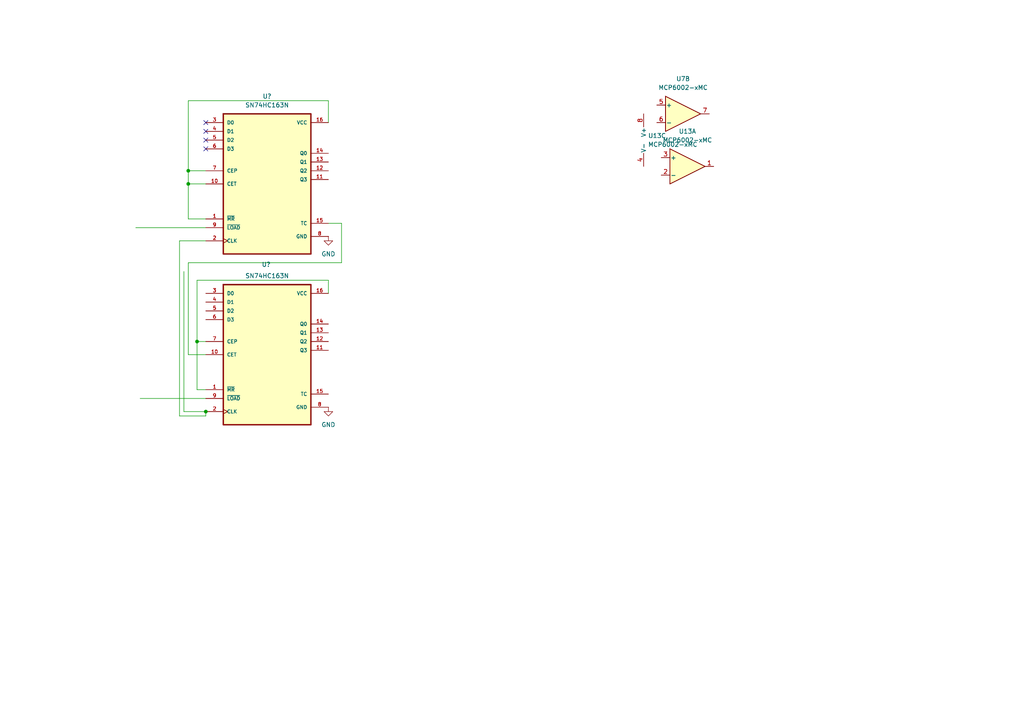
<source format=kicad_sch>
(kicad_sch (version 20231120) (generator "eeschema") (generator_version "8.0")
  (paper "A4")
  (lib_symbols
    (symbol "Amplifier_Operational:MCP6002-xMC" (pin_names (offset 0.127))
      (property "Reference" "U" (at 0 5.08 0))
      (property "Value" "MCP6002-xMC" (at 0 -5.08 0))
      (symbol "MCP6002-xMC_1_1"
        (polyline (pts (xy -5.08 5.08) (xy 5.08 0) (xy -5.08 -5.08) (xy -5.08 5.08)) (stroke (width 0.254)) (fill (type background)))
        (pin output line (at 7.62 0 180) (length 2.54) (name "~") (number "1"))
        (pin input line (at -7.62 -2.54 0) (length 2.54) (name "-") (number "2"))
        (pin input line (at -7.62 2.54 0) (length 2.54) (name "+") (number "3"))
      )
      (symbol "MCP6002-xMC_2_1"
        (polyline (pts (xy -5.08 5.08) (xy 5.08 0) (xy -5.08 -5.08) (xy -5.08 5.08)) (stroke (width 0.254)) (fill (type background)))
        (pin input line (at -7.62 2.54 0) (length 2.54) (name "+") (number "5"))
        (pin input line (at -7.62 -2.54 0) (length 2.54) (name "-") (number "6"))
        (pin output line (at 7.62 0 180) (length 2.54) (name "~") (number "7"))
      )
      (symbol "MCP6002-xMC_3_1"
        (pin power_in line (at -2.54 -7.62 90) (length 3.81) (name "V-") (number "4"))
        (pin power_in line (at -2.54 7.62 270) (length 3.81) (name "V+") (number "8"))
        (pin passive line (at -2.54 -7.62 90) (length 3.81) hide (name "V-") (number "9"))
      )
    )
    (symbol "SN74HC163N:SN74HC163N" (pin_names (offset 1.016))
      (property "Reference" "U" (at -12.7 21.32 0))
      (property "Value" "SN74HC163N" (at -12.7 -24.32 0))
      (symbol "SN74HC163N_0_0"
        (rectangle (start -12.7 -20.32) (end 12.7 20.32) (stroke (width 0.41)) (fill (type background)))
        (pin power_in line (at 17.78 17.78 180) (length 5.08) (name "VCC") (number "16"))
        (pin input clock (at -17.78 -16.51 0) (length 5.08) (name "CLK") (number "2"))
        (pin power_in line (at 17.78 -15.24 180) (length 5.08) (name "GND") (number "8"))
        (pin input line (at -17.78 -12.7 0) (length 5.08) (name "~{LOAD}") (number "9"))
      )
      (symbol "SN74HC163N_1_0"
        (pin input line (at -17.78 -10.16 0) (length 5.08) (name "~{MR}") (number "1"))
        (pin input line (at -17.78 0 0) (length 5.08) (name "CET") (number "10"))
        (pin output line (at 17.78 1.27 180) (length 5.08) (name "Q3") (number "11"))
        (pin output line (at 17.78 3.81 180) (length 5.08) (name "Q2") (number "12"))
        (pin output line (at 17.78 6.35 180) (length 5.08) (name "Q1") (number "13"))
        (pin output line (at 17.78 8.89 180) (length 5.08) (name "Q0") (number "14"))
        (pin output line (at 17.78 -11.43 180) (length 5.08) (name "TC") (number "15"))
        (pin input line (at -17.78 17.78 0) (length 5.08) (name "D0") (number "3"))
        (pin input line (at -17.78 15.24 0) (length 5.08) (name "D1") (number "4"))
        (pin input line (at -17.78 12.7 0) (length 5.08) (name "D2") (number "5"))
        (pin input line (at -17.78 10.16 0) (length 5.08) (name "D3") (number "6"))
        (pin input line (at -17.78 3.81 0) (length 5.08) (name "CEP") (number "7"))
      )
    )
    (symbol "SN74HC163N_1" (pin_names (offset 1.016))
      (property "Reference" "U" (at -12.7 21.32 0))
      (property "Value" "SN74HC163N" (at -12.7 -24.32 0))
      (symbol "SN74HC163N_1_0_0"
        (rectangle (start -12.7 -20.32) (end 12.7 20.32) (stroke (width 0.41)) (fill (type background)))
        (pin power_in line (at 17.78 17.78 180) (length 5.08) (name "VCC") (number "16"))
        (pin input clock (at -17.78 -16.51 0) (length 5.08) (name "CLK") (number "2"))
        (pin power_in line (at 17.78 -15.24 180) (length 5.08) (name "GND") (number "8"))
        (pin input line (at -17.78 -12.7 0) (length 5.08) (name "~{LOAD}") (number "9"))
      )
      (symbol "SN74HC163N_1_1_0"
        (pin input line (at -17.78 -10.16 0) (length 5.08) (name "~{MR}") (number "1"))
        (pin input line (at -17.78 0 0) (length 5.08) (name "CET") (number "10"))
        (pin output line (at 17.78 1.27 180) (length 5.08) (name "Q3") (number "11"))
        (pin output line (at 17.78 3.81 180) (length 5.08) (name "Q2") (number "12"))
        (pin output line (at 17.78 6.35 180) (length 5.08) (name "Q1") (number "13"))
        (pin output line (at 17.78 8.89 180) (length 5.08) (name "Q0") (number "14"))
        (pin output line (at 17.78 -11.43 180) (length 5.08) (name "TC") (number "15"))
        (pin input line (at -17.78 17.78 0) (length 5.08) (name "D0") (number "3"))
        (pin input line (at -17.78 15.24 0) (length 5.08) (name "D1") (number "4"))
        (pin input line (at -17.78 12.7 0) (length 5.08) (name "D2") (number "5"))
        (pin input line (at -17.78 10.16 0) (length 5.08) (name "D3") (number "6"))
        (pin input line (at -17.78 3.81 0) (length 5.08) (name "CEP") (number "7"))
      )
    )
    (symbol "power:GND" (power) (pin_numbers hide) (pin_names (offset 0) hide)
      (property "Value" "GND" (at 0 -3.81 0))
      (symbol "GND_0_1"
        (polyline (pts (xy 0 0) (xy 0 -1.27) (xy 1.27 -1.27) (xy 0 -2.54) (xy -1.27 -1.27) (xy 0 -1.27)))
      )
      (symbol "GND_1_1"
        (pin power_in line (at 0 0 270) (length 0) (name "~") (number "1"))
      )
    )
  )
  (junction (at 54.61 49.53))
  (junction (at 54.61 53.34))
  (junction (at 57.15 99.06))
  (junction (at 59.69 119.38))
  (no_connect (at 59.69 35.56))
  (no_connect (at 59.69 38.1))
  (no_connect (at 59.69 40.64))
  (no_connect (at 59.69 43.18))
  (wire (pts (xy 57.15 81.28) (xy 95.25 81.28)))
  (wire (pts (xy 54.61 53.34) (xy 54.61 49.53)))
  (wire (pts (xy 54.61 76.2) (xy 99.06 76.2)))
  (wire (pts (xy 57.15 81.28) (xy 57.15 99.06)))
  (wire (pts (xy 52.07 120.65) (xy 59.69 120.65)))
  (wire (pts (xy 53.34 78.74) (xy 53.34 119.38)))
  (wire (pts (xy 59.69 113.03) (xy 57.15 113.03)))
  (wire (pts (xy 39.37 66.04) (xy 59.69 66.04)))
  (wire (pts (xy 54.61 63.5) (xy 54.61 53.34)))
  (wire (pts (xy 54.61 102.87) (xy 59.69 102.87)))
  (wire (pts (xy 59.69 120.65) (xy 59.69 119.38)))
  (wire (pts (xy 59.69 49.53) (xy 54.61 49.53)))
  (wire (pts (xy 52.07 69.85) (xy 59.69 69.85)))
  (wire (pts (xy 59.69 53.34) (xy 54.61 53.34)))
  (wire (pts (xy 99.06 76.2) (xy 99.06 64.77)))
  (wire (pts (xy 95.25 81.28) (xy 95.25 85.09)))
  (wire (pts (xy 40.64 115.57) (xy 59.69 115.57)))
  (wire (pts (xy 52.07 69.85) (xy 52.07 120.65)))
  (wire (pts (xy 54.61 29.21) (xy 95.25 29.21)))
  (wire (pts (xy 54.61 102.87) (xy 54.61 76.2)))
  (wire (pts (xy 53.34 119.38) (xy 59.69 119.38)))
  (wire (pts (xy 54.61 49.53) (xy 54.61 29.21)))
  (wire (pts (xy 95.25 64.77) (xy 99.06 64.77)))
  (wire (pts (xy 57.15 99.06) (xy 57.15 113.03)))
  (wire (pts (xy 54.61 63.5) (xy 59.69 63.5)))
  (wire (pts (xy 95.25 29.21) (xy 95.25 35.56)))
  (wire (pts (xy 57.15 99.06) (xy 59.69 99.06)))
  (symbol (lib_id "Amplifier_Operational:MCP6002-xMC") (at 198.12 33.02 0) (unit 2)
    (property "Reference" "U7" (at 198.12 22.86 0))
    (property "Value" "MCP6002-xMC" (at 198.12 25.4 0))
    (property "Footprint" "Package_DFN_QFN:DFN-8-1EP_3x2mm_P0.5mm_EP1.75x1.45mm" (effects (hide yes)))
    (property "Datasheet" "http://ww1.microchip.com/downloads/en/DeviceDoc/21733j.pdf" (effects (hide yes)))
    (property "Description" "1MHz, Low-Power Op Amp, DFN-8" (effects (hide yes)))
  )
  (symbol (lib_name "SN74HC163N_1") (lib_id "SN74HC163N:SN74HC163N") (at 77.47 53.34 0) (unit 1)
    (property "Reference" "U?" (at 77.47 27.94 0))
    (property "Value" "SN74HC163N" (at 77.47 30.48 0))
    (property "Footprint" "SN74HC163N:DIP794W45P254L1969H508Q16" (effects (hide yes)))
    (property "MF" "Texas Instruments" (effects (hide yes)))
    (property "Description_1" "\n                        \n                            4-Bit Synchronous Binary Counters\n                        \n" (effects (hide yes)))
    (property "Package" "PDIP-16 Texas Instruments" (effects (hide yes)))
    (property "Price" "None" (effects (hide yes)))
    (property "SnapEDA_Link" "https://www.snapeda.com/parts/SN74HC163N/Texas+Instruments/view-part/?ref=snap" (effects (hide yes)))
    (property "MP" "SN74HC163N" (effects (hide yes)))
    (property "Availability" "In Stock" (effects (hide yes)))
    (property "Check_prices" "https://www.snapeda.com/parts/SN74HC163N/Texas+Instruments/view-part/?ref=eda" (effects (hide yes)))
  )
  (symbol (lib_id "power:GND") (at 95.25 118.11 0) (unit 1)
    (property "Reference" "#PWR078" (effects (hide yes)))
    (property "Value" "GND" (at 95.25 123.19 0))
    (property "Description" "Power symbol creates a global label with name \"GND\" , ground" (effects (hide yes)))
  )
  (symbol (lib_id "SN74HC163N:SN74HC163N") (at 77.47 102.87 0) (unit 1)
    (property "Reference" "U?" (at 77.216 76.708 0))
    (property "Value" "SN74HC163N" (at 77.47 80.01 0))
    (property "Footprint" "SN74HC163N:DIP794W45P254L1969H508Q16" (effects (hide yes)))
    (property "MF" "Texas Instruments" (effects (hide yes)))
    (property "Description_1" "\n                        \n                            4-Bit Synchronous Binary Counters\n                        \n" (effects (hide yes)))
    (property "Package" "PDIP-16 Texas Instruments" (effects (hide yes)))
    (property "Price" "None" (effects (hide yes)))
    (property "SnapEDA_Link" "https://www.snapeda.com/parts/SN74HC163N/Texas+Instruments/view-part/?ref=snap" (effects (hide yes)))
    (property "MP" "SN74HC163N" (effects (hide yes)))
    (property "Availability" "In Stock" (effects (hide yes)))
    (property "Check_prices" "https://www.snapeda.com/parts/SN74HC163N/Texas+Instruments/view-part/?ref=eda" (effects (hide yes)))
  )
  (symbol (lib_id "Amplifier_Operational:MCP6002-xMC") (at 189.23 40.64 0) (unit 3)
    (property "Reference" "U13" (at 187.96 39.3699 0) (effects (justify left)))
    (property "Value" "MCP6002-xMC" (at 187.96 41.9099 0) (effects (justify left)))
    (property "Footprint" "Package_DFN_QFN:DFN-8-1EP_3x2mm_P0.5mm_EP1.75x1.45mm" (effects (hide yes)))
    (property "Datasheet" "http://ww1.microchip.com/downloads/en/DeviceDoc/21733j.pdf" (effects (hide yes)))
    (property "Description" "1MHz, Low-Power Op Amp, DFN-8" (effects (hide yes)))
  )
  (symbol (lib_id "Amplifier_Operational:MCP6002-xMC") (at 199.39 48.26 0) (unit 1)
    (property "Reference" "U13" (at 199.39 38.1 0))
    (property "Value" "MCP6002-xMC" (at 199.39 40.64 0))
    (property "Footprint" "Package_DFN_QFN:DFN-8-1EP_3x2mm_P0.5mm_EP1.75x1.45mm" (effects (hide yes)))
    (property "Datasheet" "http://ww1.microchip.com/downloads/en/DeviceDoc/21733j.pdf" (effects (hide yes)))
    (property "Description" "1MHz, Low-Power Op Amp, DFN-8" (effects (hide yes)))
  )
  (symbol (lib_id "power:GND") (at 95.25 68.58 0) (unit 1)
    (property "Reference" "#PWR077" (effects (hide yes)))
    (property "Value" "GND" (at 95.25 73.66 0))
    (property "Description" "Power symbol creates a global label with name \"GND\" , ground" (effects (hide yes)))
  )
)
</source>
